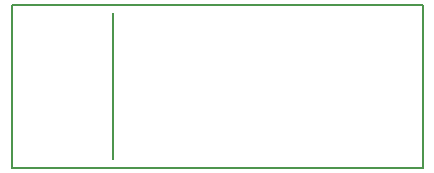
<source format=gto>
G04 MADE WITH FRITZING*
G04 WWW.FRITZING.ORG*
G04 DOUBLE SIDED*
G04 HOLES PLATED*
G04 CONTOUR ON CENTER OF CONTOUR VECTOR*
%ASAXBY*%
%FSLAX23Y23*%
%MOIN*%
%OFA0B0*%
%SFA1.0B1.0*%
%ADD10R,1.377950X0.551181X1.361950X0.535181*%
%ADD11C,0.008000*%
%ADD12R,0.001000X0.001000*%
%LNSILK1*%
G90*
G70*
G54D11*
X4Y547D02*
X1374Y547D01*
X1374Y4D01*
X4Y4D01*
X4Y547D01*
D02*
G54D12*
X339Y520D02*
X346Y520D01*
X339Y519D02*
X346Y519D01*
X339Y518D02*
X346Y518D01*
X339Y517D02*
X346Y517D01*
X339Y516D02*
X346Y516D01*
X339Y515D02*
X346Y515D01*
X339Y514D02*
X346Y514D01*
X339Y513D02*
X346Y513D01*
X339Y512D02*
X346Y512D01*
X339Y511D02*
X346Y511D01*
X339Y510D02*
X346Y510D01*
X339Y509D02*
X346Y509D01*
X339Y508D02*
X346Y508D01*
X339Y507D02*
X346Y507D01*
X339Y506D02*
X346Y506D01*
X339Y505D02*
X346Y505D01*
X339Y504D02*
X346Y504D01*
X339Y503D02*
X346Y503D01*
X339Y502D02*
X346Y502D01*
X339Y501D02*
X346Y501D01*
X339Y500D02*
X346Y500D01*
X339Y499D02*
X346Y499D01*
X339Y498D02*
X346Y498D01*
X339Y497D02*
X346Y497D01*
X339Y496D02*
X346Y496D01*
X339Y495D02*
X346Y495D01*
X339Y494D02*
X346Y494D01*
X339Y493D02*
X346Y493D01*
X339Y492D02*
X346Y492D01*
X339Y491D02*
X346Y491D01*
X339Y490D02*
X346Y490D01*
X339Y489D02*
X346Y489D01*
X339Y488D02*
X346Y488D01*
X339Y487D02*
X346Y487D01*
X339Y486D02*
X346Y486D01*
X339Y485D02*
X346Y485D01*
X339Y484D02*
X346Y484D01*
X339Y483D02*
X346Y483D01*
X339Y482D02*
X346Y482D01*
X339Y481D02*
X346Y481D01*
X339Y480D02*
X346Y480D01*
X339Y479D02*
X346Y479D01*
X339Y478D02*
X346Y478D01*
X339Y477D02*
X346Y477D01*
X339Y476D02*
X346Y476D01*
X339Y475D02*
X346Y475D01*
X339Y474D02*
X346Y474D01*
X339Y473D02*
X346Y473D01*
X339Y472D02*
X346Y472D01*
X339Y471D02*
X346Y471D01*
X339Y470D02*
X346Y470D01*
X339Y469D02*
X346Y469D01*
X339Y468D02*
X346Y468D01*
X339Y467D02*
X346Y467D01*
X339Y466D02*
X346Y466D01*
X339Y465D02*
X346Y465D01*
X339Y464D02*
X346Y464D01*
X339Y463D02*
X346Y463D01*
X339Y462D02*
X346Y462D01*
X339Y461D02*
X346Y461D01*
X339Y460D02*
X346Y460D01*
X339Y459D02*
X346Y459D01*
X339Y458D02*
X346Y458D01*
X339Y457D02*
X346Y457D01*
X339Y456D02*
X346Y456D01*
X339Y455D02*
X346Y455D01*
X339Y454D02*
X346Y454D01*
X339Y453D02*
X346Y453D01*
X339Y452D02*
X346Y452D01*
X339Y451D02*
X346Y451D01*
X339Y450D02*
X346Y450D01*
X339Y449D02*
X346Y449D01*
X339Y448D02*
X346Y448D01*
X339Y447D02*
X346Y447D01*
X339Y446D02*
X346Y446D01*
X339Y445D02*
X346Y445D01*
X339Y444D02*
X346Y444D01*
X339Y443D02*
X346Y443D01*
X339Y442D02*
X346Y442D01*
X339Y441D02*
X346Y441D01*
X339Y440D02*
X346Y440D01*
X339Y439D02*
X346Y439D01*
X339Y438D02*
X346Y438D01*
X339Y437D02*
X346Y437D01*
X339Y436D02*
X346Y436D01*
X339Y435D02*
X346Y435D01*
X339Y434D02*
X346Y434D01*
X339Y433D02*
X346Y433D01*
X339Y432D02*
X346Y432D01*
X339Y431D02*
X346Y431D01*
X339Y430D02*
X346Y430D01*
X339Y429D02*
X346Y429D01*
X339Y428D02*
X346Y428D01*
X339Y427D02*
X346Y427D01*
X339Y426D02*
X346Y426D01*
X339Y425D02*
X346Y425D01*
X339Y424D02*
X346Y424D01*
X339Y423D02*
X346Y423D01*
X339Y422D02*
X346Y422D01*
X339Y421D02*
X346Y421D01*
X339Y420D02*
X346Y420D01*
X339Y419D02*
X346Y419D01*
X339Y418D02*
X346Y418D01*
X339Y417D02*
X346Y417D01*
X339Y416D02*
X346Y416D01*
X339Y415D02*
X346Y415D01*
X339Y414D02*
X346Y414D01*
X339Y413D02*
X346Y413D01*
X339Y412D02*
X346Y412D01*
X339Y411D02*
X346Y411D01*
X339Y410D02*
X346Y410D01*
X339Y409D02*
X346Y409D01*
X339Y408D02*
X346Y408D01*
X339Y407D02*
X346Y407D01*
X339Y406D02*
X346Y406D01*
X339Y405D02*
X346Y405D01*
X339Y404D02*
X346Y404D01*
X339Y403D02*
X346Y403D01*
X339Y402D02*
X346Y402D01*
X339Y401D02*
X346Y401D01*
X339Y400D02*
X346Y400D01*
X339Y399D02*
X346Y399D01*
X339Y398D02*
X346Y398D01*
X339Y397D02*
X346Y397D01*
X339Y396D02*
X346Y396D01*
X339Y395D02*
X346Y395D01*
X339Y394D02*
X346Y394D01*
X339Y393D02*
X346Y393D01*
X339Y392D02*
X346Y392D01*
X339Y391D02*
X346Y391D01*
X339Y390D02*
X346Y390D01*
X339Y389D02*
X346Y389D01*
X339Y388D02*
X346Y388D01*
X339Y387D02*
X346Y387D01*
X339Y386D02*
X346Y386D01*
X339Y385D02*
X346Y385D01*
X339Y384D02*
X346Y384D01*
X339Y383D02*
X346Y383D01*
X339Y382D02*
X346Y382D01*
X339Y381D02*
X346Y381D01*
X339Y380D02*
X346Y380D01*
X339Y379D02*
X346Y379D01*
X339Y378D02*
X346Y378D01*
X339Y377D02*
X346Y377D01*
X339Y376D02*
X346Y376D01*
X339Y375D02*
X346Y375D01*
X339Y374D02*
X346Y374D01*
X339Y373D02*
X346Y373D01*
X339Y372D02*
X346Y372D01*
X339Y371D02*
X346Y371D01*
X339Y370D02*
X346Y370D01*
X339Y369D02*
X346Y369D01*
X339Y368D02*
X346Y368D01*
X339Y367D02*
X346Y367D01*
X339Y366D02*
X346Y366D01*
X339Y365D02*
X346Y365D01*
X339Y364D02*
X346Y364D01*
X339Y363D02*
X346Y363D01*
X339Y362D02*
X346Y362D01*
X339Y361D02*
X346Y361D01*
X339Y360D02*
X346Y360D01*
X339Y359D02*
X346Y359D01*
X339Y358D02*
X346Y358D01*
X339Y357D02*
X346Y357D01*
X339Y356D02*
X346Y356D01*
X339Y355D02*
X346Y355D01*
X339Y354D02*
X346Y354D01*
X339Y353D02*
X346Y353D01*
X339Y352D02*
X346Y352D01*
X339Y351D02*
X346Y351D01*
X339Y350D02*
X346Y350D01*
X339Y349D02*
X346Y349D01*
X339Y348D02*
X346Y348D01*
X339Y347D02*
X346Y347D01*
X339Y346D02*
X346Y346D01*
X339Y345D02*
X346Y345D01*
X339Y344D02*
X346Y344D01*
X339Y343D02*
X346Y343D01*
X339Y342D02*
X346Y342D01*
X339Y341D02*
X346Y341D01*
X339Y340D02*
X346Y340D01*
X339Y339D02*
X346Y339D01*
X339Y338D02*
X346Y338D01*
X339Y337D02*
X346Y337D01*
X339Y336D02*
X346Y336D01*
X339Y335D02*
X346Y335D01*
X339Y334D02*
X346Y334D01*
X339Y333D02*
X346Y333D01*
X339Y332D02*
X346Y332D01*
X339Y331D02*
X346Y331D01*
X339Y330D02*
X346Y330D01*
X339Y329D02*
X346Y329D01*
X339Y328D02*
X346Y328D01*
X339Y327D02*
X346Y327D01*
X339Y326D02*
X346Y326D01*
X339Y325D02*
X346Y325D01*
X339Y324D02*
X346Y324D01*
X339Y323D02*
X346Y323D01*
X339Y322D02*
X346Y322D01*
X339Y321D02*
X346Y321D01*
X339Y320D02*
X346Y320D01*
X339Y319D02*
X346Y319D01*
X339Y318D02*
X346Y318D01*
X339Y317D02*
X346Y317D01*
X339Y316D02*
X346Y316D01*
X339Y315D02*
X346Y315D01*
X339Y314D02*
X346Y314D01*
X339Y313D02*
X346Y313D01*
X339Y312D02*
X346Y312D01*
X339Y311D02*
X346Y311D01*
X339Y310D02*
X346Y310D01*
X339Y309D02*
X346Y309D01*
X339Y308D02*
X346Y308D01*
X339Y307D02*
X346Y307D01*
X339Y306D02*
X346Y306D01*
X339Y305D02*
X346Y305D01*
X339Y304D02*
X346Y304D01*
X339Y303D02*
X346Y303D01*
X339Y302D02*
X346Y302D01*
X339Y301D02*
X346Y301D01*
X339Y300D02*
X346Y300D01*
X339Y299D02*
X346Y299D01*
X339Y298D02*
X346Y298D01*
X339Y297D02*
X346Y297D01*
X339Y296D02*
X346Y296D01*
X339Y295D02*
X346Y295D01*
X339Y294D02*
X346Y294D01*
X339Y293D02*
X346Y293D01*
X339Y292D02*
X346Y292D01*
X339Y291D02*
X346Y291D01*
X339Y290D02*
X346Y290D01*
X339Y289D02*
X346Y289D01*
X339Y288D02*
X346Y288D01*
X339Y287D02*
X346Y287D01*
X339Y286D02*
X346Y286D01*
X339Y285D02*
X346Y285D01*
X339Y284D02*
X346Y284D01*
X339Y283D02*
X346Y283D01*
X339Y282D02*
X346Y282D01*
X339Y281D02*
X346Y281D01*
X339Y280D02*
X346Y280D01*
X339Y279D02*
X346Y279D01*
X339Y278D02*
X346Y278D01*
X339Y277D02*
X346Y277D01*
X339Y276D02*
X346Y276D01*
X339Y275D02*
X346Y275D01*
X339Y274D02*
X346Y274D01*
X339Y273D02*
X346Y273D01*
X339Y272D02*
X346Y272D01*
X339Y271D02*
X346Y271D01*
X339Y270D02*
X346Y270D01*
X339Y269D02*
X346Y269D01*
X339Y268D02*
X346Y268D01*
X339Y267D02*
X346Y267D01*
X339Y266D02*
X346Y266D01*
X339Y265D02*
X346Y265D01*
X339Y264D02*
X346Y264D01*
X339Y263D02*
X346Y263D01*
X339Y262D02*
X346Y262D01*
X339Y261D02*
X346Y261D01*
X339Y260D02*
X346Y260D01*
X339Y259D02*
X346Y259D01*
X339Y258D02*
X346Y258D01*
X339Y257D02*
X346Y257D01*
X339Y256D02*
X346Y256D01*
X339Y255D02*
X346Y255D01*
X339Y254D02*
X346Y254D01*
X339Y253D02*
X346Y253D01*
X339Y252D02*
X346Y252D01*
X339Y251D02*
X346Y251D01*
X339Y250D02*
X346Y250D01*
X339Y249D02*
X346Y249D01*
X339Y248D02*
X346Y248D01*
X339Y247D02*
X346Y247D01*
X339Y246D02*
X346Y246D01*
X339Y245D02*
X346Y245D01*
X339Y244D02*
X346Y244D01*
X339Y243D02*
X346Y243D01*
X339Y242D02*
X346Y242D01*
X339Y241D02*
X346Y241D01*
X339Y240D02*
X346Y240D01*
X339Y239D02*
X346Y239D01*
X339Y238D02*
X346Y238D01*
X339Y237D02*
X346Y237D01*
X339Y236D02*
X346Y236D01*
X339Y235D02*
X346Y235D01*
X339Y234D02*
X346Y234D01*
X339Y233D02*
X346Y233D01*
X339Y232D02*
X346Y232D01*
X339Y231D02*
X346Y231D01*
X339Y230D02*
X346Y230D01*
X339Y229D02*
X346Y229D01*
X339Y228D02*
X346Y228D01*
X339Y227D02*
X346Y227D01*
X339Y226D02*
X346Y226D01*
X339Y225D02*
X346Y225D01*
X339Y224D02*
X346Y224D01*
X339Y223D02*
X346Y223D01*
X339Y222D02*
X346Y222D01*
X339Y221D02*
X346Y221D01*
X339Y220D02*
X346Y220D01*
X339Y219D02*
X346Y219D01*
X339Y218D02*
X346Y218D01*
X339Y217D02*
X346Y217D01*
X339Y216D02*
X346Y216D01*
X339Y215D02*
X346Y215D01*
X339Y214D02*
X346Y214D01*
X339Y213D02*
X346Y213D01*
X339Y212D02*
X346Y212D01*
X339Y211D02*
X346Y211D01*
X339Y210D02*
X346Y210D01*
X339Y209D02*
X346Y209D01*
X339Y208D02*
X346Y208D01*
X339Y207D02*
X346Y207D01*
X339Y206D02*
X346Y206D01*
X339Y205D02*
X346Y205D01*
X339Y204D02*
X346Y204D01*
X339Y203D02*
X346Y203D01*
X339Y202D02*
X346Y202D01*
X339Y201D02*
X346Y201D01*
X339Y200D02*
X346Y200D01*
X339Y199D02*
X346Y199D01*
X339Y198D02*
X346Y198D01*
X339Y197D02*
X346Y197D01*
X339Y196D02*
X346Y196D01*
X339Y195D02*
X346Y195D01*
X339Y194D02*
X346Y194D01*
X339Y193D02*
X346Y193D01*
X339Y192D02*
X346Y192D01*
X339Y191D02*
X346Y191D01*
X339Y190D02*
X346Y190D01*
X339Y189D02*
X346Y189D01*
X339Y188D02*
X346Y188D01*
X339Y187D02*
X346Y187D01*
X339Y186D02*
X346Y186D01*
X339Y185D02*
X346Y185D01*
X339Y184D02*
X346Y184D01*
X339Y183D02*
X346Y183D01*
X339Y182D02*
X346Y182D01*
X339Y181D02*
X346Y181D01*
X339Y180D02*
X346Y180D01*
X339Y179D02*
X346Y179D01*
X339Y178D02*
X346Y178D01*
X339Y177D02*
X346Y177D01*
X339Y176D02*
X346Y176D01*
X339Y175D02*
X346Y175D01*
X339Y174D02*
X346Y174D01*
X339Y173D02*
X346Y173D01*
X339Y172D02*
X346Y172D01*
X339Y171D02*
X346Y171D01*
X339Y170D02*
X346Y170D01*
X339Y169D02*
X346Y169D01*
X339Y168D02*
X346Y168D01*
X339Y167D02*
X346Y167D01*
X339Y166D02*
X346Y166D01*
X339Y165D02*
X346Y165D01*
X339Y164D02*
X346Y164D01*
X339Y163D02*
X346Y163D01*
X339Y162D02*
X346Y162D01*
X339Y161D02*
X346Y161D01*
X339Y160D02*
X346Y160D01*
X339Y159D02*
X346Y159D01*
X339Y158D02*
X346Y158D01*
X339Y157D02*
X346Y157D01*
X339Y156D02*
X346Y156D01*
X339Y155D02*
X346Y155D01*
X339Y154D02*
X346Y154D01*
X339Y153D02*
X346Y153D01*
X339Y152D02*
X346Y152D01*
X339Y151D02*
X346Y151D01*
X339Y150D02*
X346Y150D01*
X339Y149D02*
X346Y149D01*
X339Y148D02*
X346Y148D01*
X339Y147D02*
X346Y147D01*
X339Y146D02*
X346Y146D01*
X339Y145D02*
X346Y145D01*
X339Y144D02*
X346Y144D01*
X339Y143D02*
X346Y143D01*
X339Y142D02*
X346Y142D01*
X339Y141D02*
X346Y141D01*
X339Y140D02*
X346Y140D01*
X339Y139D02*
X346Y139D01*
X339Y138D02*
X346Y138D01*
X339Y137D02*
X346Y137D01*
X339Y136D02*
X346Y136D01*
X339Y135D02*
X346Y135D01*
X339Y134D02*
X346Y134D01*
X339Y133D02*
X346Y133D01*
X339Y132D02*
X346Y132D01*
X339Y131D02*
X346Y131D01*
X339Y130D02*
X346Y130D01*
X339Y129D02*
X346Y129D01*
X339Y128D02*
X346Y128D01*
X339Y127D02*
X346Y127D01*
X339Y126D02*
X346Y126D01*
X339Y125D02*
X346Y125D01*
X339Y124D02*
X346Y124D01*
X339Y123D02*
X346Y123D01*
X339Y122D02*
X346Y122D01*
X339Y121D02*
X346Y121D01*
X339Y120D02*
X346Y120D01*
X339Y119D02*
X346Y119D01*
X339Y118D02*
X346Y118D01*
X339Y117D02*
X346Y117D01*
X339Y116D02*
X346Y116D01*
X339Y115D02*
X346Y115D01*
X339Y114D02*
X346Y114D01*
X339Y113D02*
X346Y113D01*
X339Y112D02*
X346Y112D01*
X339Y111D02*
X346Y111D01*
X339Y110D02*
X346Y110D01*
X339Y109D02*
X346Y109D01*
X339Y108D02*
X346Y108D01*
X339Y107D02*
X346Y107D01*
X339Y106D02*
X346Y106D01*
X339Y105D02*
X346Y105D01*
X339Y104D02*
X346Y104D01*
X339Y103D02*
X346Y103D01*
X339Y102D02*
X346Y102D01*
X339Y101D02*
X346Y101D01*
X339Y100D02*
X346Y100D01*
X339Y99D02*
X346Y99D01*
X339Y98D02*
X346Y98D01*
X339Y97D02*
X346Y97D01*
X339Y96D02*
X346Y96D01*
X339Y95D02*
X346Y95D01*
X339Y94D02*
X346Y94D01*
X339Y93D02*
X346Y93D01*
X339Y92D02*
X346Y92D01*
X339Y91D02*
X346Y91D01*
X339Y90D02*
X346Y90D01*
X339Y89D02*
X346Y89D01*
X339Y88D02*
X346Y88D01*
X339Y87D02*
X346Y87D01*
X339Y86D02*
X346Y86D01*
X339Y85D02*
X346Y85D01*
X339Y84D02*
X346Y84D01*
X339Y83D02*
X346Y83D01*
X339Y82D02*
X346Y82D01*
X339Y81D02*
X346Y81D01*
X339Y80D02*
X346Y80D01*
X339Y79D02*
X346Y79D01*
X339Y78D02*
X346Y78D01*
X339Y77D02*
X346Y77D01*
X339Y76D02*
X346Y76D01*
X339Y75D02*
X346Y75D01*
X339Y74D02*
X346Y74D01*
X339Y73D02*
X346Y73D01*
X339Y72D02*
X346Y72D01*
X339Y71D02*
X346Y71D01*
X339Y70D02*
X346Y70D01*
X339Y69D02*
X346Y69D01*
X339Y68D02*
X346Y68D01*
X339Y67D02*
X346Y67D01*
X339Y66D02*
X346Y66D01*
X339Y65D02*
X346Y65D01*
X339Y64D02*
X346Y64D01*
X339Y63D02*
X346Y63D01*
X339Y62D02*
X346Y62D01*
X339Y61D02*
X346Y61D01*
X339Y60D02*
X346Y60D01*
X339Y59D02*
X346Y59D01*
X339Y58D02*
X346Y58D01*
X339Y57D02*
X346Y57D01*
X339Y56D02*
X346Y56D01*
X339Y55D02*
X346Y55D01*
X339Y54D02*
X346Y54D01*
X339Y53D02*
X346Y53D01*
X339Y52D02*
X346Y52D01*
X339Y51D02*
X346Y51D01*
X339Y50D02*
X346Y50D01*
X339Y49D02*
X346Y49D01*
X339Y48D02*
X346Y48D01*
X339Y47D02*
X346Y47D01*
X339Y46D02*
X346Y46D01*
X339Y45D02*
X346Y45D01*
X339Y44D02*
X346Y44D01*
X339Y43D02*
X346Y43D01*
X339Y42D02*
X346Y42D01*
X339Y41D02*
X346Y41D01*
X339Y40D02*
X346Y40D01*
X339Y39D02*
X346Y39D01*
X339Y38D02*
X346Y38D01*
X339Y37D02*
X346Y37D01*
X339Y36D02*
X346Y36D01*
X339Y35D02*
X346Y35D01*
X339Y34D02*
X346Y34D01*
X339Y33D02*
X346Y33D01*
X339Y32D02*
X346Y32D01*
X339Y31D02*
X346Y31D01*
X339Y30D02*
X346Y30D01*
X339Y29D02*
X346Y29D01*
D02*
G04 End of Silk1*
M02*
</source>
